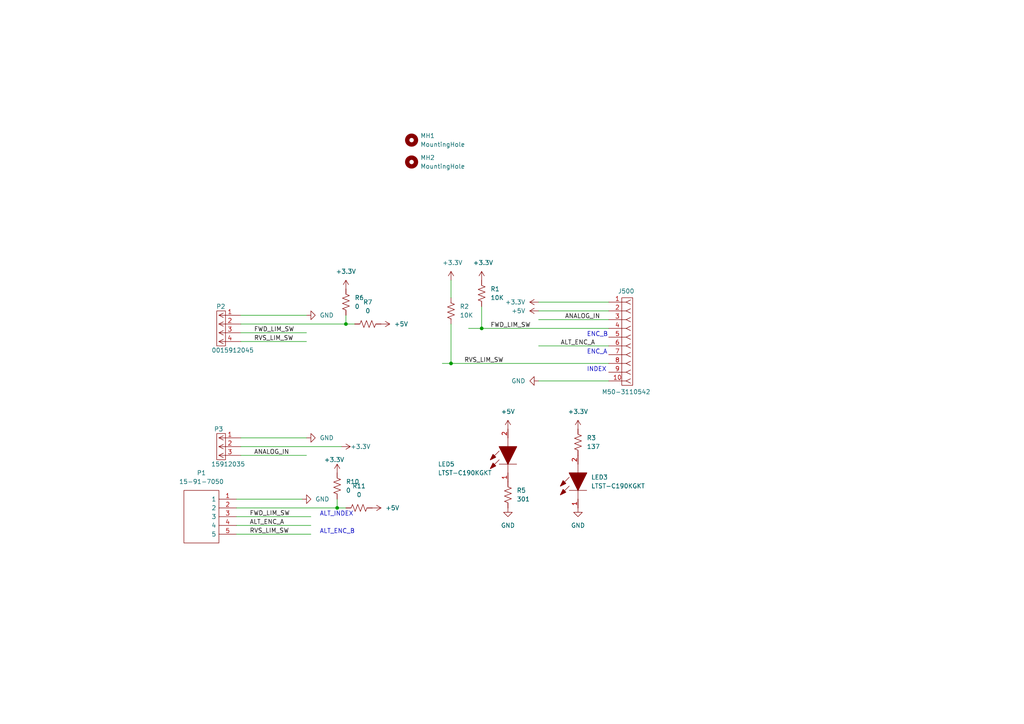
<source format=kicad_sch>
(kicad_sch (version 20211123) (generator eeschema)
  (paper "A4")
  (lib_symbols
    (symbol "Device:R_US" (pin_numbers hide) (pin_names (offset 0))
      (property "Reference" "R" (at 2.54 0 90))
      (property "Value" "R_US" (at -2.54 0 90))
      (symbol "R_US_0_1"
        (polyline (pts (xy 0 -2.286) (xy 0 -2.54)))
        (polyline (pts (xy 0 2.286) (xy 0 2.54)))
        (polyline (pts (xy 0 -0.762) (xy 1.016 -1.143) (xy 0 -1.524) (xy -1.016 -1.905) (xy 0 -2.286)))
        (polyline (pts (xy 0 0.762) (xy 1.016 0.381) (xy 0 0) (xy -1.016 -0.381) (xy 0 -0.762)))
        (polyline (pts (xy 0 2.286) (xy 1.016 1.905) (xy 0 1.524) (xy -1.016 1.143) (xy 0 0.762)))
      )
      (symbol "R_US_1_1"
        (pin passive line (at 0 3.81 270) (length 1.27) (name "~") (number "1"))
        (pin passive line (at 0 -3.81 90) (length 1.27) (name "~") (number "2"))
      )
    )
    (symbol "Library Loader:15-91-7050" (pin_names (offset 0.762))
      (property "Reference" "J" (at 16.51 7.62 0))
      (property "Value" "15-91-7050" (at 16.51 5.08 0))
      (symbol "15-91-7050_0_0"
        (pin passive line (at 0 -10.16 0) (length 5.08) (name "1") (number "1"))
        (pin passive line (at 0 -7.62 0) (length 5.08) (name "2") (number "2"))
        (pin passive line (at 0 -5.08 0) (length 5.08) (name "3") (number "3"))
        (pin passive line (at 0 -2.54 0) (length 5.08) (name "4") (number "4"))
        (pin passive line (at 0 0 0) (length 5.08) (name "5") (number "5"))
      )
      (symbol "15-91-7050_0_1"
        (polyline (pts (xy 5.08 2.54) (xy 15.24 2.54) (xy 15.24 -12.7) (xy 5.08 -12.7) (xy 5.08 2.54)) (stroke (width 0.1524)))
      )
    )
    (symbol "Mechanical:MountingHole" (pin_names (offset 1.016))
      (property "Reference" "H" (at 0 5.08 0))
      (property "Value" "MountingHole" (at 0 3.175 0))
      (symbol "MountingHole_0_1"
        (circle (center 0 0) (radius 1.27) (stroke (width 1.27)))
      )
    )
    (symbol "import:0015912045" (pin_names (offset 0.762))
      (property "Reference" "P?" (at 3.81 7.62 0))
      (property "Value" "0015912045" (at -5.715 -5.08 0))
      (symbol "0015912045_0_0"
        (pin passive line (at -0.635 5.08 0) (length 6.35) (name "") (number "1"))
        (pin passive line (at -0.635 2.54 0) (length 6.35) (name "") (number "2"))
        (pin passive line (at -0.635 0 0) (length 6.35) (name "") (number "3"))
        (pin passive line (at -0.635 -2.54 0) (length 6.35) (name "") (number "4"))
      )
      (symbol "0015912045_0_1"
        (polyline (pts (xy 5.715 -2.54) (xy 4.445 -3.175)))
        (polyline (pts (xy 5.715 -2.54) (xy 4.445 -1.905)))
        (polyline (pts (xy 5.715 0) (xy 4.445 -0.635)))
        (polyline (pts (xy 5.715 0) (xy 4.445 0.635)))
        (polyline (pts (xy 5.715 2.54) (xy 4.445 1.905)))
        (polyline (pts (xy 5.715 2.54) (xy 4.445 3.175)))
        (polyline (pts (xy 5.715 5.08) (xy 4.445 4.445)))
        (polyline (pts (xy 5.715 5.08) (xy 4.445 5.715)))
        (polyline (pts (xy 3.81 6.35) (xy 6.35 6.35) (xy 6.35 -3.81) (xy 3.81 -3.81) (xy 3.81 6.35)) (stroke (width 0.1524)))
      )
    )
    (symbol "import:15-91-7030" (pin_names (offset 0.762))
      (property "Reference" "P?" (at 3.175 5.08 0))
      (property "Value" "15-91-7030" (at -6.985 -5.08 0))
      (symbol "15-91-7030_0_0"
        (pin passive line (at -1.27 2.54 0) (length 6.35) (name "") (number "1"))
        (pin passive line (at -1.27 0 0) (length 6.35) (name "") (number "2"))
        (pin passive line (at -1.27 -2.54 0) (length 6.35) (name "") (number "3"))
      )
      (symbol "15-91-7030_0_1"
        (polyline (pts (xy 5.08 -2.54) (xy 3.81 -3.175)))
        (polyline (pts (xy 5.08 -2.54) (xy 3.81 -1.905)))
        (polyline (pts (xy 5.08 0) (xy 3.81 -0.635)))
        (polyline (pts (xy 5.08 0) (xy 3.81 0.635)))
        (polyline (pts (xy 5.08 2.54) (xy 3.81 1.905)))
        (polyline (pts (xy 5.08 2.54) (xy 3.81 3.175)))
        (polyline (pts (xy 3.175 3.81) (xy 5.715 3.81) (xy 5.715 -3.81) (xy 3.175 -3.81) (xy 3.175 3.81)) (stroke (width 0.1524)))
      )
    )
    (symbol "import:LTST-C190KGKT" (pin_names (offset 0.762))
      (property "Reference" "LED" (at 12.7 8.89 0))
      (property "Value" "LTST-C190KGKT" (at 12.7 6.35 0))
      (symbol "LTST-C190KGKT_0_0"
        (pin passive line (at 0 0 0) (length 2.54) (name "~") (number "1"))
        (pin passive line (at 15.24 0 180) (length 2.54) (name "~") (number "2"))
      )
      (symbol "LTST-C190KGKT_0_1"
        (polyline (pts (xy 2.54 0) (xy 5.08 0)) (stroke (width 0.1524)))
        (polyline (pts (xy 5.08 2.54) (xy 5.08 -2.54)) (stroke (width 0.1524)))
        (polyline (pts (xy 6.35 2.54) (xy 3.81 5.08)) (stroke (width 0.1524)))
        (polyline (pts (xy 8.89 2.54) (xy 6.35 5.08)) (stroke (width 0.1524)))
        (polyline (pts (xy 10.16 0) (xy 12.7 0)) (stroke (width 0.1524)))
        (polyline (pts (xy 5.08 0) (xy 10.16 2.54) (xy 10.16 -2.54) (xy 5.08 0)) (stroke (width 0.254)) (fill (type outline)))
        (polyline (pts (xy 5.334 4.318) (xy 4.572 3.556) (xy 3.81 5.08) (xy 5.334 4.318)) (stroke (width 0.254)) (fill (type outline)))
        (polyline (pts (xy 7.874 4.318) (xy 7.112 3.556) (xy 6.35 5.08) (xy 7.874 4.318)) (stroke (width 0.254)) (fill (type outline)))
      )
    )
    (symbol "import:M50-3110542" (pin_names (offset 0.762))
      (property "Reference" "J?" (at 1.27 13.335 0))
      (property "Value" "M50-3110542" (at 1.27 -14.605 0))
      (symbol "M50-3110542_0_0"
        (pin passive line (at 6.35 10.795 180) (length 5.08) (name "") (number "1"))
        (pin passive line (at 6.35 -12.065 180) (length 5.08) (name "") (number "10"))
        (pin passive line (at 6.35 8.255 180) (length 5.08) (name "") (number "2"))
        (pin passive line (at 6.35 5.715 180) (length 5.08) (name "") (number "3"))
        (pin passive line (at 6.35 3.175 180) (length 5.08) (name "") (number "4"))
        (pin passive line (at 6.35 0.635 180) (length 5.08) (name "") (number "5"))
        (pin passive line (at 6.35 -1.905 180) (length 5.08) (name "") (number "6"))
        (pin passive line (at 6.35 -4.445 180) (length 5.08) (name "") (number "7"))
        (pin passive line (at 6.35 -6.985 180) (length 5.08) (name "") (number "8"))
        (pin passive line (at 6.35 -9.525 180) (length 5.08) (name "") (number "9"))
      )
      (symbol "M50-3110542_0_1"
        (polyline (pts (xy 1.27 -12.065) (xy 0 -12.7)))
        (polyline (pts (xy 1.27 -12.065) (xy 0 -11.43)))
        (polyline (pts (xy 1.27 -9.525) (xy 0 -10.16)))
        (polyline (pts (xy 1.27 -9.525) (xy 0 -8.89)))
        (polyline (pts (xy 1.27 -6.985) (xy 0 -7.62)))
        (polyline (pts (xy 1.27 -6.985) (xy 0 -6.35)))
        (polyline (pts (xy 1.27 -4.445) (xy 0 -5.08)))
        (polyline (pts (xy 1.27 -4.445) (xy 0 -3.81)))
        (polyline (pts (xy 1.27 -1.905) (xy 0 -2.54)))
        (polyline (pts (xy 1.27 -1.905) (xy 0 -1.27)))
        (polyline (pts (xy 1.27 0.635) (xy 0 0)))
        (polyline (pts (xy 1.27 0.635) (xy 0 1.27)))
        (polyline (pts (xy 1.27 3.175) (xy 0 2.54)))
        (polyline (pts (xy 1.27 3.175) (xy 0 3.81)))
        (polyline (pts (xy 1.27 5.715) (xy 0 5.08)))
        (polyline (pts (xy 1.27 5.715) (xy 0 6.35)))
        (polyline (pts (xy 1.27 8.255) (xy 0 7.62)))
        (polyline (pts (xy 1.27 8.255) (xy 0 8.89)))
        (polyline (pts (xy 1.27 10.795) (xy 0 10.16)))
        (polyline (pts (xy 1.27 10.795) (xy 0 11.43)))
        (polyline (pts (xy -0.635 12.065) (xy 2.54 12.065) (xy 2.54 -13.335) (xy -0.635 -13.335) (xy -0.635 12.065)) (stroke (width 0.1524)))
      )
    )
    (symbol "power:+3.3V" (power) (pin_names (offset 0))
      (property "Value" "+3.3V" (at 0 3.556 0))
      (symbol "+3.3V_0_1"
        (polyline (pts (xy -0.762 1.27) (xy 0 2.54)))
        (polyline (pts (xy 0 0) (xy 0 2.54)))
        (polyline (pts (xy 0 2.54) (xy 0.762 1.27)))
      )
      (symbol "+3.3V_1_1"
        (pin power_in line (at 0 0 90) (length 0) hide (name "+3.3V") (number "1"))
      )
    )
    (symbol "power:+5V" (power) (pin_names (offset 0))
      (property "Value" "+5V" (at 0 3.556 0))
      (symbol "+5V_0_1"
        (polyline (pts (xy -0.762 1.27) (xy 0 2.54)))
        (polyline (pts (xy 0 0) (xy 0 2.54)))
        (polyline (pts (xy 0 2.54) (xy 0.762 1.27)))
      )
      (symbol "+5V_1_1"
        (pin power_in line (at 0 0 90) (length 0) hide (name "+5V") (number "1"))
      )
    )
    (symbol "power:GND" (power) (pin_names (offset 0))
      (property "Value" "GND" (at 0 -3.81 0))
      (symbol "GND_0_1"
        (polyline (pts (xy 0 0) (xy 0 -1.27) (xy 1.27 -1.27) (xy 0 -2.54) (xy -1.27 -1.27) (xy 0 -1.27)))
      )
      (symbol "GND_1_1"
        (pin power_in line (at 0 0 270) (length 0) hide (name "GND") (number "1"))
      )
    )
  )
  (junction (at 97.79 147.32))
  (junction (at 100.33 93.98))
  (junction (at 139.7 95.25))
  (junction (at 130.81 105.41))
  (wire (pts (xy 139.7 95.25) (xy 176.53 95.25)))
  (wire (pts (xy 69.85 99.06) (xy 88.9 99.06)))
  (wire (pts (xy 69.85 96.52) (xy 88.9 96.52)))
  (wire (pts (xy 69.85 129.54) (xy 99.06 129.54)))
  (wire (pts (xy 68.58 152.4) (xy 90.17 152.4)))
  (wire (pts (xy 68.58 147.32) (xy 97.79 147.32)))
  (wire (pts (xy 69.85 93.98) (xy 100.33 93.98)))
  (wire (pts (xy 100.33 91.44) (xy 100.33 93.98)))
  (wire (pts (xy 68.58 144.78) (xy 87.63 144.78)))
  (wire (pts (xy 69.85 127) (xy 88.9 127)))
  (wire (pts (xy 68.58 154.94) (xy 90.17 154.94)))
  (wire (pts (xy 156.21 110.49) (xy 176.53 110.49)))
  (wire (pts (xy 69.85 132.08) (xy 88.9 132.08)))
  (wire (pts (xy 68.58 149.86) (xy 90.17 149.86)))
  (wire (pts (xy 156.21 87.63) (xy 176.53 87.63)))
  (wire (pts (xy 130.81 86.36) (xy 130.81 81.28)))
  (wire (pts (xy 69.85 91.44) (xy 88.9 91.44)))
  (wire (pts (xy 130.81 105.41) (xy 176.53 105.41)))
  (wire (pts (xy 100.33 93.98) (xy 102.87 93.98)))
  (wire (pts (xy 97.79 147.32) (xy 100.33 147.32)))
  (wire (pts (xy 128.27 105.41) (xy 130.81 105.41)))
  (wire (pts (xy 156.21 92.71) (xy 176.53 92.71)))
  (wire (pts (xy 156.21 90.17) (xy 176.53 90.17)))
  (wire (pts (xy 139.7 88.9) (xy 139.7 95.25)))
  (wire (pts (xy 130.81 93.98) (xy 130.81 105.41)))
  (wire (pts (xy 156.21 100.33) (xy 176.53 100.33)))
  (wire (pts (xy 135.89 95.25) (xy 139.7 95.25)))
  (wire (pts (xy 97.79 144.78) (xy 97.79 147.32)))
  (text "ALT_ENC_B" (at 92.71 154.94 0) (effects (font (size 1.27 1.27)) (justify left bottom)))
  (text "ALT_INDEX" (at 92.71 149.86 0) (effects (font (size 1.27 1.27)) (justify left bottom)))
  (text "ENC_B" (at 170.18 97.79 0) (effects (font (size 1.27 1.27)) (justify left bottom)))
  (text "INDEX\n" (at 170.18 107.95 0) (effects (font (size 1.27 1.27)) (justify left bottom)))
  (text "ENC_A" (at 170.18 102.87 0) (effects (font (size 1.27 1.27)) (justify left bottom)))
  (label "FWD_LIM_SW" (at 142.24 95.25 0))
  (label "RVS_LIM_SW" (at 134.62 105.41 0))
  (label "ANALOG_IN" (at 163.83 92.71 0))
  (label "ANALOG_IN" (at 73.66 132.08 0))
  (label "FWD_LIM_SW" (at 72.39 149.86 0))
  (label "RVS_LIM_SW" (at 73.66 99.06 0))
  (label "RVS_LIM_SW" (at 72.39 154.94 0))
  (label "ALT_ENC_A" (at 72.39 152.4 0))
  (label "ALT_ENC_A" (at 162.56 100.33 0))
  (label "FWD_LIM_SW" (at 73.66 96.52 0))
  (symbol (lib_id "power:+3.3V") (at 130.81 81.28 0) (unit 1)
    (property "Reference" "#PWR0115" (effects hide))
    (property "Value" "+3.3V" (at 128.27 76.2 0) (effects (justify left)))
  )
  (symbol (lib_id "Mechanical:MountingHole") (at 119.38 46.99 0) (unit 1)
    (property "Reference" "MH2" (at 121.92 45.7199 0) (effects (justify left)))
    (property "Value" "MountingHole" (at 121.92 48.2599 0) (effects (justify left)))
    (property "Footprint" "MountingHole:MountingHole_3.2mm_M3" (effects hide))
  )
  (symbol (lib_id "import:LTST-C190KGKT") (at 167.64 147.32 90) (unit 1)
    (property "Reference" "LED3" (at 171.45 138.4299 90) (effects (justify right)))
    (property "Value" "LTST-C190KGKT" (at 171.45 140.9699 90) (effects (justify right)))
    (property "Footprint" "LED_SMD:LED_0603_1608Metric_Pad1.05x0.95mm_HandSolder" (effects hide))
    (property "Description" "Lite-On LTST-C190KGKT, 571 nm Green LED, 1608 (0603) SMD package" (effects hide))
    (property "Height" "0.8" (effects hide))
    (property "Mouser Part Number" "859-LTST-C190KGKT" (effects hide))
    (property "Mouser Price/Stock" "https://www.mouser.co.uk/ProductDetail/Lite-On/LTST-C190KGKT?qs=205qCy6M2Q%252BAdcgwUZktqw%3D%3D" (effects hide))
    (property "Manufacturer_Name" "Lite-On" (effects hide))
    (property "Manufacturer_Part_Number" "LTST-C190KGKT" (effects hide))
  )
  (symbol (lib_id "Device:R_US") (at 106.68 93.98 270) (unit 1)
    (property "Reference" "R7" (at 106.68 87.63 90))
    (property "Value" "0" (at 106.68 90.17 90))
    (property "Footprint" "Resistor_SMD:R_0805_2012Metric_Pad1.20x1.40mm_HandSolder" (effects hide))
  )
  (symbol (lib_id "import:15-91-7030") (at 68.58 129.54 0) (mirror y) (unit 1)
    (property "Reference" "P3" (at 64.77 124.46 0) (effects (justify left)))
    (property "Value" "15912035" (at 71.12 134.62 0) (effects (justify left)))
    (property "Footprint" "Library Loader:15912035" (effects hide))
    (property "Datasheet" "https://componentsearchengine.com/Datasheets/1/15-91-7030.pdf" (effects hide))
    (property "Description" "2.54mm Pitch SL Wire-to-Board Header, Low Profile, Surface Mount, Single Row, Right-Angle, 3.05mm Pocket, Shrouded, with Press-fit Plastic Peg,  Circuits, Tin (Sn) Plating, Embossed Tape Packaging" (effects hide))
    (property "Height" "7.38" (effects hide))
    (property "Mouser Part Number" "538-15-91-7030" (effects hide))
    (property "Mouser Price/Stock" "https://www.mouser.com/Search/Refine.aspx?Keyword=538-15-91-7030" (effects hide))
    (property "Manufacturer_Name" "Molex" (effects hide))
    (property "Manufacturer_Part_Number" "15-91-7030" (effects hide))
  )
  (symbol (lib_id "import:0015912045") (at 69.215 96.52 0) (mirror y) (unit 1)
    (property "Reference" "P2" (at 65.405 88.9 0) (effects (justify left)))
    (property "Value" "0015912045" (at 73.66 101.6 0) (effects (justify left)))
    (property "Footprint" "Library Loader:0015912045" (effects hide))
    (property "Datasheet" "https://www.molex.com/pdm_docs/sd/015912045_sd.pdf" (effects hide))
    (property "Description" "2.54mm Pitch SL Wire-to-Board Header, Low Profile, Surface Mount, Single Row, Right-Angle, 3.05mm Pocket, Shrouded, with Press-fit Plastic Peg,  Circuits, Tin (Sn) Plating, Embossed Tape Packaging" (effects hide))
    (property "Height" "7.38" (effects hide))
    (property "Manufacturer_Name" "Molex" (effects hide))
    (property "Manufacturer_Part_Number" "0015912045" (effects hide))
    (property "Mouser Part Number" "N/A" (effects hide))
    (property "Mouser Price/Stock" "https://www.mouser.com/Search/Refine.aspx?Keyword=N%2FA" (effects hide))
    (property "Arrow Part Number" "0015912045" (effects hide))
    (property "Arrow Price/Stock" "https://www.arrow.com/en/products/0015912045/molex" (effects hide))
  )
  (symbol (lib_id "power:+3.3V") (at 97.79 137.16 0) (unit 1)
    (property "Reference" "#PWR0113" (effects hide))
    (property "Value" "+3.3V" (at 93.98 133.35 0) (effects (justify left)))
  )
  (symbol (lib_id "power:+5V") (at 147.32 124.46 0) (unit 1)
    (property "Reference" "#PWR0108" (effects hide))
    (property "Value" "+5V" (at 147.32 119.38 0))
  )
  (symbol (lib_id "power:+5V") (at 156.21 90.17 90) (unit 1)
    (property "Reference" "#PWR0107" (effects hide))
    (property "Value" "+5V" (at 152.4 90.1699 90) (effects (justify left)))
  )
  (symbol (lib_id "power:+3.3V") (at 139.7 81.28 0) (unit 1)
    (property "Reference" "#PWR0116" (effects hide))
    (property "Value" "+3.3V" (at 137.16 76.2 0) (effects (justify left)))
  )
  (symbol (lib_id "Device:R_US") (at 104.14 147.32 270) (unit 1)
    (property "Reference" "R11" (at 104.14 140.97 90))
    (property "Value" "0" (at 104.14 143.51 90))
    (property "Footprint" "Resistor_SMD:R_0805_2012Metric_Pad1.20x1.40mm_HandSolder" (effects hide))
  )
  (symbol (lib_id "Device:R_US") (at 167.64 128.27 0) (unit 1)
    (property "Reference" "R3" (at 170.18 126.9999 0) (effects (justify left)))
    (property "Value" "137" (at 170.18 129.5399 0) (effects (justify left)))
    (property "Footprint" "Resistor_SMD:R_0603_1608Metric_Pad0.98x0.95mm_HandSolder" (effects hide))
  )
  (symbol (lib_id "Device:R_US") (at 100.33 87.63 180) (unit 1)
    (property "Reference" "R6" (at 102.87 86.3599 0) (effects (justify right)))
    (property "Value" "0" (at 102.87 88.8999 0) (effects (justify right)))
    (property "Footprint" "Resistor_SMD:R_0805_2012Metric_Pad1.20x1.40mm_HandSolder" (effects hide))
  )
  (symbol (lib_id "power:+3.3V") (at 167.64 124.46 0) (unit 1)
    (property "Reference" "#PWR0105" (effects hide))
    (property "Value" "+3.3V" (at 167.64 119.38 0))
  )
  (symbol (lib_id "import:LTST-C190KGKT") (at 147.32 139.7 90) (unit 1)
    (property "Reference" "LED5" (at 127 134.62 90) (effects (justify right)))
    (property "Value" "LTST-C190KGKT" (at 127 137.16 90) (effects (justify right)))
    (property "Footprint" "LED_SMD:LED_0603_1608Metric_Pad1.05x0.95mm_HandSolder" (effects hide))
    (property "Description" "Lite-On LTST-C190KGKT, 571 nm Green LED, 1608 (0603) SMD package" (effects hide))
    (property "Height" "0.8" (effects hide))
    (property "Mouser Part Number" "859-LTST-C190KGKT" (effects hide))
    (property "Mouser Price/Stock" "https://www.mouser.co.uk/ProductDetail/Lite-On/LTST-C190KGKT?qs=205qCy6M2Q%252BAdcgwUZktqw%3D%3D" (effects hide))
    (property "Manufacturer_Name" "Lite-On" (effects hide))
    (property "Manufacturer_Part_Number" "LTST-C190KGKT" (effects hide))
  )
  (symbol (lib_id "power:+5V") (at 110.49 93.98 270) (unit 1)
    (property "Reference" "#PWR0118" (effects hide))
    (property "Value" "+5V" (at 114.3 93.9799 90) (effects (justify left)))
  )
  (symbol (lib_id "power:GND") (at 88.9 127 90) (unit 1)
    (property "Reference" "#PWR0112" (effects hide))
    (property "Value" "GND" (at 92.71 126.9999 90) (effects (justify right)))
  )
  (symbol (lib_id "Device:R_US") (at 139.7 85.09 180) (unit 1)
    (property "Reference" "R1" (at 142.24 83.8199 0) (effects (justify right)))
    (property "Value" "10K" (at 142.24 86.3599 0) (effects (justify right)))
    (property "Footprint" "Resistor_SMD:R_0603_1608Metric_Pad0.98x0.95mm_HandSolder" (effects hide))
  )
  (symbol (lib_id "power:GND") (at 87.63 144.78 90) (unit 1)
    (property "Reference" "#PWR0110" (effects hide))
    (property "Value" "GND" (at 91.44 144.7799 90) (effects (justify right)))
  )
  (symbol (lib_id "power:GND") (at 167.64 147.32 0) (unit 1)
    (property "Reference" "#PWR0104" (effects hide))
    (property "Value" "GND" (at 167.64 152.4 0))
  )
  (symbol (lib_id "power:GND") (at 156.21 110.49 270) (unit 1)
    (property "Reference" "#PWR0106" (effects hide))
    (property "Value" "GND" (at 152.4 110.4899 90) (effects (justify right)))
  )
  (symbol (lib_id "import:M50-3110542") (at 182.88 98.425 0) (mirror y) (unit 1)
    (property "Reference" "J500" (at 181.61 84.455 0))
    (property "Value" "M50-3110542" (at 181.61 113.665 0))
    (property "Footprint" "Library Loader:M503110542" (effects hide))
    (property "Datasheet" "https://cdn.harwin.com/pdfs/M50-311.pdf" (effects hide))
    (property "Description" "Headers & Wire Housings 5+5 DIL SMT SKT WITH POST" (effects hide))
    (property "Height" "4.85" (effects hide))
    (property "Mouser Part Number" "855-M50-3110542" (effects hide))
    (property "Mouser Price/Stock" "https://www.mouser.co.uk/ProductDetail/Harwin/M50-3110542?qs=9fQaSFfsqszB0q9gosr4Mg%3D%3D" (effects hide))
    (property "Manufacturer_Name" "Harwin" (effects hide))
    (property "Manufacturer_Part_Number" "M50-3110542" (effects hide))
  )
  (symbol (lib_id "Device:R_US") (at 147.32 143.51 0) (unit 1)
    (property "Reference" "R5" (at 149.86 142.2399 0) (effects (justify left)))
    (property "Value" "301" (at 149.86 144.7799 0) (effects (justify left)))
    (property "Footprint" "Resistor_SMD:R_0603_1608Metric_Pad0.98x0.95mm_HandSolder" (effects hide))
  )
  (symbol (lib_id "Device:R_US") (at 130.81 90.17 0) (unit 1)
    (property "Reference" "R2" (at 133.35 88.8999 0) (effects (justify left)))
    (property "Value" "10K" (at 133.35 91.4399 0) (effects (justify left)))
    (property "Footprint" "Resistor_SMD:R_0603_1608Metric_Pad0.98x0.95mm_HandSolder" (effects hide))
  )
  (symbol (lib_id "power:+5V") (at 107.95 147.32 270) (unit 1)
    (property "Reference" "#PWR0103" (effects hide))
    (property "Value" "+5V" (at 111.76 147.3199 90) (effects (justify left)))
  )
  (symbol (lib_id "power:+3.3V") (at 100.33 83.82 0) (unit 1)
    (property "Reference" "#PWR0117" (effects hide))
    (property "Value" "+3.3V" (at 100.33 78.74 0))
  )
  (symbol (lib_id "Library Loader:15-91-7050") (at 68.58 154.94 180) (unit 1)
    (property "Reference" "P1" (at 58.42 137.16 0))
    (property "Value" "15-91-7050" (at 58.42 139.7 0))
    (property "Footprint" "Library Loader:15917050" (effects hide))
    (property "Datasheet" "https://www.mouser.com/datasheet/2/276/3/0015917050_PCB_HEADERS-2855507.pdf" (effects hide))
    (property "Description" "2.54mm Pitch SL Wire-to-Board Header, Low Profile, Surface Mount, Single Row, Right-Angle, 3.05mm Pocket, Shrouded, with Press-fit Plastic Peg,  Circuits, Tin (Sn) Plating, Embossed Tape Packaging" (effects hide))
    (property "Height" "7.38" (effects hide))
    (property "Manufacturer_Name" "Molex" (effects hide))
    (property "Manufacturer_Part_Number" "15-91-7050" (effects hide))
    (property "Mouser Part Number" "538-15-91-7050" (effects hide))
    (property "Mouser Price/Stock" "https://www.mouser.co.uk/ProductDetail/Molex/15-91-7050?qs=9GkFbIK8PKA0zLwr%2FmKOQQ%3D%3D" (effects hide))
  )
  (symbol (lib_id "power:+3.3V") (at 156.21 87.63 90) (unit 1)
    (property "Reference" "#PWR0109" (effects hide))
    (property "Value" "+3.3V" (at 152.4 87.6299 90) (effects (justify left)))
  )
  (symbol (lib_id "Mechanical:MountingHole") (at 119.38 40.64 0) (unit 1)
    (property "Reference" "MH1" (at 121.92 39.3699 0) (effects (justify left)))
    (property "Value" "MountingHole" (at 121.92 41.9099 0) (effects (justify left)))
    (property "Footprint" "MountingHole:MountingHole_3.2mm_M3" (effects hide))
  )
  (symbol (lib_id "power:+3.3V") (at 99.06 129.54 270) (unit 1)
    (property "Reference" "#PWR0111" (effects hide))
    (property "Value" "+3.3V" (at 101.6 129.54 90) (effects (justify left)))
  )
  (symbol (lib_id "power:GND") (at 88.9 91.44 90) (unit 1)
    (property "Reference" "#PWR0114" (effects hide))
    (property "Value" "GND" (at 92.71 91.4399 90) (effects (justify right)))
  )
  (symbol (lib_id "power:GND") (at 147.32 147.32 0) (unit 1)
    (property "Reference" "#PWR0102" (effects hide))
    (property "Value" "GND" (at 147.32 152.4 0))
  )
  (symbol (lib_id "Device:R_US") (at 97.79 140.97 0) (unit 1)
    (property "Reference" "R10" (at 100.33 139.6999 0) (effects (justify left)))
    (property "Value" "0" (at 100.33 142.2399 0) (effects (justify left)))
    (property "Footprint" "Resistor_SMD:R_0805_2012Metric_Pad1.20x1.40mm_HandSolder" (effects hide))
  )
)
</source>
